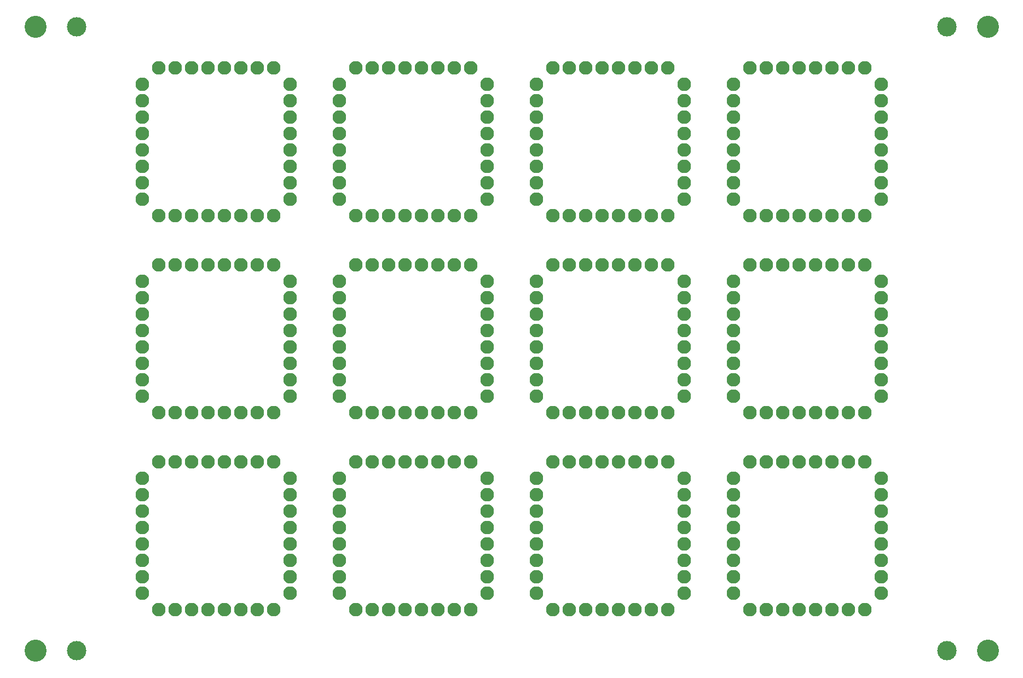
<source format=gbs>
%FSLAX24Y24*%
%MOIN*%
G70*
G01*
G75*
G04 Layer_Color=16711935*
%ADD10R,0.0551X0.0472*%
%ADD11R,0.0472X0.0551*%
%ADD12O,0.0630X0.0118*%
%ADD13O,0.0118X0.0630*%
%ADD14C,0.0118*%
%ADD15C,0.0394*%
%ADD16C,0.1260*%
%ADD17C,0.0750*%
%ADD18C,0.0098*%
%ADD19C,0.0236*%
%ADD20C,0.0100*%
%ADD21C,0.0079*%
%ADD22R,0.0631X0.0552*%
%ADD23R,0.0552X0.0631*%
%ADD24O,0.0710X0.0198*%
%ADD25O,0.0198X0.0710*%
%ADD26C,0.1181*%
%ADD27C,0.1340*%
%ADD28C,0.0830*%
D26*
X56500Y1000D02*
D03*
Y39000D02*
D03*
X3500D02*
D03*
Y1000D02*
D03*
D27*
X1000Y39000D02*
D03*
X59000D02*
D03*
Y1000D02*
D03*
X1000D02*
D03*
D28*
X8500Y12500D02*
D03*
X9500D02*
D03*
X10500D02*
D03*
X11500D02*
D03*
X12500D02*
D03*
X13500D02*
D03*
X14500D02*
D03*
X15500D02*
D03*
X7500Y4500D02*
D03*
Y5500D02*
D03*
Y6500D02*
D03*
Y7500D02*
D03*
Y8500D02*
D03*
Y9500D02*
D03*
Y10500D02*
D03*
Y11500D02*
D03*
X16500D02*
D03*
Y10500D02*
D03*
Y9500D02*
D03*
Y8500D02*
D03*
Y7500D02*
D03*
Y6500D02*
D03*
Y5500D02*
D03*
Y4500D02*
D03*
X15500Y3500D02*
D03*
X14500D02*
D03*
X13500D02*
D03*
X12500D02*
D03*
X11500D02*
D03*
X10500D02*
D03*
X9500D02*
D03*
X8500D02*
D03*
X20500Y12500D02*
D03*
X21500D02*
D03*
X22500D02*
D03*
X23500D02*
D03*
X24500D02*
D03*
X25500D02*
D03*
X26500D02*
D03*
X27500D02*
D03*
X19500Y4500D02*
D03*
Y5500D02*
D03*
Y6500D02*
D03*
Y7500D02*
D03*
Y8500D02*
D03*
Y9500D02*
D03*
Y10500D02*
D03*
Y11500D02*
D03*
X28500D02*
D03*
Y10500D02*
D03*
Y9500D02*
D03*
Y8500D02*
D03*
Y7500D02*
D03*
Y6500D02*
D03*
Y5500D02*
D03*
Y4500D02*
D03*
X27500Y3500D02*
D03*
X26500D02*
D03*
X25500D02*
D03*
X24500D02*
D03*
X23500D02*
D03*
X22500D02*
D03*
X21500D02*
D03*
X20500D02*
D03*
X32500Y12500D02*
D03*
X33500D02*
D03*
X34500D02*
D03*
X35500D02*
D03*
X36500D02*
D03*
X37500D02*
D03*
X38500D02*
D03*
X39500D02*
D03*
X31500Y4500D02*
D03*
Y5500D02*
D03*
Y6500D02*
D03*
Y7500D02*
D03*
Y8500D02*
D03*
Y9500D02*
D03*
Y10500D02*
D03*
Y11500D02*
D03*
X40500D02*
D03*
Y10500D02*
D03*
Y9500D02*
D03*
Y8500D02*
D03*
Y7500D02*
D03*
Y6500D02*
D03*
Y5500D02*
D03*
Y4500D02*
D03*
X39500Y3500D02*
D03*
X38500D02*
D03*
X37500D02*
D03*
X36500D02*
D03*
X35500D02*
D03*
X34500D02*
D03*
X33500D02*
D03*
X32500D02*
D03*
X44500Y12500D02*
D03*
X45500D02*
D03*
X46500D02*
D03*
X47500D02*
D03*
X48500D02*
D03*
X49500D02*
D03*
X50500D02*
D03*
X51500D02*
D03*
X43500Y4500D02*
D03*
Y5500D02*
D03*
Y6500D02*
D03*
Y7500D02*
D03*
Y8500D02*
D03*
Y9500D02*
D03*
Y10500D02*
D03*
Y11500D02*
D03*
X52500D02*
D03*
Y10500D02*
D03*
Y9500D02*
D03*
Y8500D02*
D03*
Y7500D02*
D03*
Y6500D02*
D03*
Y5500D02*
D03*
Y4500D02*
D03*
X51500Y3500D02*
D03*
X50500D02*
D03*
X49500D02*
D03*
X48500D02*
D03*
X47500D02*
D03*
X46500D02*
D03*
X45500D02*
D03*
X44500D02*
D03*
X8500Y24500D02*
D03*
X9500D02*
D03*
X10500D02*
D03*
X11500D02*
D03*
X12500D02*
D03*
X13500D02*
D03*
X14500D02*
D03*
X15500D02*
D03*
X7500Y16500D02*
D03*
Y17500D02*
D03*
Y18500D02*
D03*
Y19500D02*
D03*
Y20500D02*
D03*
Y21500D02*
D03*
Y22500D02*
D03*
Y23500D02*
D03*
X16500D02*
D03*
Y22500D02*
D03*
Y21500D02*
D03*
Y20500D02*
D03*
Y19500D02*
D03*
Y18500D02*
D03*
Y17500D02*
D03*
Y16500D02*
D03*
X15500Y15500D02*
D03*
X14500D02*
D03*
X13500D02*
D03*
X12500D02*
D03*
X11500D02*
D03*
X10500D02*
D03*
X9500D02*
D03*
X8500D02*
D03*
X20500Y24500D02*
D03*
X21500D02*
D03*
X22500D02*
D03*
X23500D02*
D03*
X24500D02*
D03*
X25500D02*
D03*
X26500D02*
D03*
X27500D02*
D03*
X19500Y16500D02*
D03*
Y17500D02*
D03*
Y18500D02*
D03*
Y19500D02*
D03*
Y20500D02*
D03*
Y21500D02*
D03*
Y22500D02*
D03*
Y23500D02*
D03*
X28500D02*
D03*
Y22500D02*
D03*
Y21500D02*
D03*
Y20500D02*
D03*
Y19500D02*
D03*
Y18500D02*
D03*
Y17500D02*
D03*
Y16500D02*
D03*
X27500Y15500D02*
D03*
X26500D02*
D03*
X25500D02*
D03*
X24500D02*
D03*
X23500D02*
D03*
X22500D02*
D03*
X21500D02*
D03*
X20500D02*
D03*
X32500Y24500D02*
D03*
X33500D02*
D03*
X34500D02*
D03*
X35500D02*
D03*
X36500D02*
D03*
X37500D02*
D03*
X38500D02*
D03*
X39500D02*
D03*
X31500Y16500D02*
D03*
Y17500D02*
D03*
Y18500D02*
D03*
Y19500D02*
D03*
Y20500D02*
D03*
Y21500D02*
D03*
Y22500D02*
D03*
Y23500D02*
D03*
X40500D02*
D03*
Y22500D02*
D03*
Y21500D02*
D03*
Y20500D02*
D03*
Y19500D02*
D03*
Y18500D02*
D03*
Y17500D02*
D03*
Y16500D02*
D03*
X39500Y15500D02*
D03*
X38500D02*
D03*
X37500D02*
D03*
X36500D02*
D03*
X35500D02*
D03*
X34500D02*
D03*
X33500D02*
D03*
X32500D02*
D03*
X44500Y24500D02*
D03*
X45500D02*
D03*
X46500D02*
D03*
X47500D02*
D03*
X48500D02*
D03*
X49500D02*
D03*
X50500D02*
D03*
X51500D02*
D03*
X43500Y16500D02*
D03*
Y17500D02*
D03*
Y18500D02*
D03*
Y19500D02*
D03*
Y20500D02*
D03*
Y21500D02*
D03*
Y22500D02*
D03*
Y23500D02*
D03*
X52500D02*
D03*
Y22500D02*
D03*
Y21500D02*
D03*
Y20500D02*
D03*
Y19500D02*
D03*
Y18500D02*
D03*
Y17500D02*
D03*
Y16500D02*
D03*
X51500Y15500D02*
D03*
X50500D02*
D03*
X49500D02*
D03*
X48500D02*
D03*
X47500D02*
D03*
X46500D02*
D03*
X45500D02*
D03*
X44500D02*
D03*
X8500Y36500D02*
D03*
X9500D02*
D03*
X10500D02*
D03*
X11500D02*
D03*
X12500D02*
D03*
X13500D02*
D03*
X14500D02*
D03*
X15500D02*
D03*
X7500Y28500D02*
D03*
Y29500D02*
D03*
Y30500D02*
D03*
Y31500D02*
D03*
Y32500D02*
D03*
Y33500D02*
D03*
Y34500D02*
D03*
Y35500D02*
D03*
X16500D02*
D03*
Y34500D02*
D03*
Y33500D02*
D03*
Y32500D02*
D03*
Y31500D02*
D03*
Y30500D02*
D03*
Y29500D02*
D03*
Y28500D02*
D03*
X15500Y27500D02*
D03*
X14500D02*
D03*
X13500D02*
D03*
X12500D02*
D03*
X11500D02*
D03*
X10500D02*
D03*
X9500D02*
D03*
X8500D02*
D03*
X20500Y36500D02*
D03*
X21500D02*
D03*
X22500D02*
D03*
X23500D02*
D03*
X24500D02*
D03*
X25500D02*
D03*
X26500D02*
D03*
X27500D02*
D03*
X19500Y28500D02*
D03*
Y29500D02*
D03*
Y30500D02*
D03*
Y31500D02*
D03*
Y32500D02*
D03*
Y33500D02*
D03*
Y34500D02*
D03*
Y35500D02*
D03*
X28500D02*
D03*
Y34500D02*
D03*
Y33500D02*
D03*
Y32500D02*
D03*
Y31500D02*
D03*
Y30500D02*
D03*
Y29500D02*
D03*
Y28500D02*
D03*
X27500Y27500D02*
D03*
X26500D02*
D03*
X25500D02*
D03*
X24500D02*
D03*
X23500D02*
D03*
X22500D02*
D03*
X21500D02*
D03*
X20500D02*
D03*
X32500Y36500D02*
D03*
X33500D02*
D03*
X34500D02*
D03*
X35500D02*
D03*
X36500D02*
D03*
X37500D02*
D03*
X38500D02*
D03*
X39500D02*
D03*
X31500Y28500D02*
D03*
Y29500D02*
D03*
Y30500D02*
D03*
Y31500D02*
D03*
Y32500D02*
D03*
Y33500D02*
D03*
Y34500D02*
D03*
Y35500D02*
D03*
X40500D02*
D03*
Y34500D02*
D03*
Y33500D02*
D03*
Y32500D02*
D03*
Y31500D02*
D03*
Y30500D02*
D03*
Y29500D02*
D03*
Y28500D02*
D03*
X39500Y27500D02*
D03*
X38500D02*
D03*
X37500D02*
D03*
X36500D02*
D03*
X35500D02*
D03*
X34500D02*
D03*
X33500D02*
D03*
X32500D02*
D03*
X44500Y36500D02*
D03*
X45500D02*
D03*
X46500D02*
D03*
X47500D02*
D03*
X48500D02*
D03*
X49500D02*
D03*
X50500D02*
D03*
X51500D02*
D03*
X43500Y28500D02*
D03*
Y29500D02*
D03*
Y30500D02*
D03*
Y31500D02*
D03*
Y32500D02*
D03*
Y33500D02*
D03*
Y34500D02*
D03*
Y35500D02*
D03*
X52500D02*
D03*
Y34500D02*
D03*
Y33500D02*
D03*
Y32500D02*
D03*
Y31500D02*
D03*
Y30500D02*
D03*
Y29500D02*
D03*
Y28500D02*
D03*
X51500Y27500D02*
D03*
X50500D02*
D03*
X49500D02*
D03*
X48500D02*
D03*
X47500D02*
D03*
X46500D02*
D03*
X45500D02*
D03*
X44500D02*
D03*
M02*

</source>
